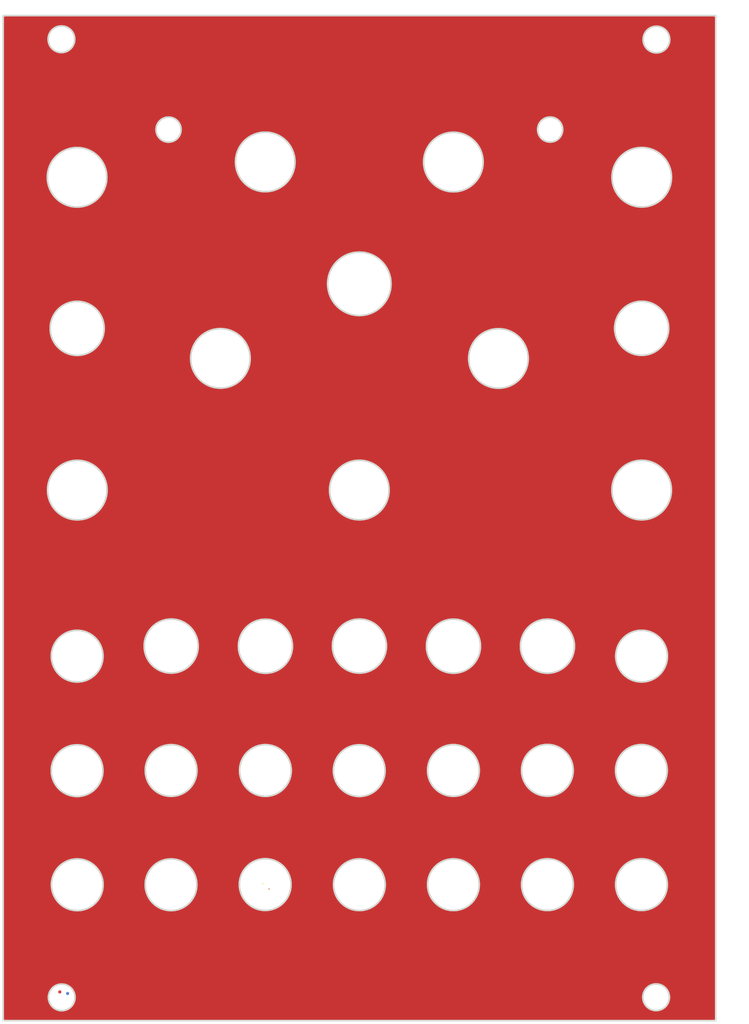
<source format=kicad_pcb>
(kicad_pcb (version 20220427) (generator pcbnew)
  (layers (0 "F.Cu" signal) (31 "B.Cu" signal) (34 "B.Paste" user) (35 "F.Paste" user) (36 "B.SilkS" user "B.Silkscreen") (37 "F.SilkS" user "F.Silkscreen") (38 "B.Mask" user) (39 "F.Mask" user) (44 "Edge.Cuts" user))
  (net 0 "")
  (gr_circle (center 145.85 152.05) (end 145.85 152.05) (stroke (width 0.2)) (fill none) (layer "F.Cu"))
  (gr_circle (center 146.85 152.25) (end 146.85 152.25) (stroke (width 0.2)) (fill none) (layer "B.Cu"))
  (gr_circle (center 172.6 138.9) (end 172.6 138.9) (stroke (width 0.12)) (fill none) (layer "B.SilkS"))
  (gr_circle (center 171.8 138.2) (end 171.8 138.2) (stroke (width 0.12)) (fill none) (layer "F.SilkS"))
  (gr_circle (center 172.138 107.884) (end 175.588 107.884) (stroke (width 0.2)) (fill none) (layer "Edge.Cuts"))
  (gr_circle (center 184.131 123.777) (end 187.431 123.777) (stroke (width 0.2)) (fill none) (layer "Edge.Cuts"))
  (gr_circle (center 148.06 123.78) (end 151.36 123.78) (stroke (width 0.2)) (fill none) (layer "Edge.Cuts"))
  (gr_circle (center 148.059 47.976) (end 151.858999 47.976) (stroke (width 0.2)) (fill none) (layer "Edge.Cuts"))
  (gr_circle (center 220.23 109.151) (end 223.53 109.151) (stroke (width 0.2)) (fill none) (layer "Edge.Cuts"))
  (gr_circle (center 208.184 123.743) (end 211.484 123.743) (stroke (width 0.2)) (fill none) (layer "Edge.Cuts"))
  (gr_circle (center 220.239 67.268) (end 223.689 67.268) (stroke (width 0.2)) (fill none) (layer "Edge.Cuts"))
  (gr_line (start 229.71 27.322) (end 229.71 155.722) (stroke (width 0.2)) (layer "Edge.Cuts"))
  (gr_circle (center 196.17 138.351) (end 199.47 138.351) (stroke (width 0.2)) (fill none) (layer "Edge.Cuts"))
  (gr_circle (center 208.539 41.876) (end 210.139 41.876) (stroke (width 0.2)) (fill none) (layer "Edge.Cuts"))
  (gr_circle (center 208.192 107.877) (end 211.642 107.877) (stroke (width 0.2)) (fill none) (layer "Edge.Cuts"))
  (gr_circle (center 184.155 107.867) (end 187.605 107.867) (stroke (width 0.2)) (fill none) (layer "Edge.Cuts"))
  (gr_line (start 138.61 155.722) (end 138.61 27.322) (stroke (width 0.2)) (layer "Edge.Cuts"))
  (gr_circle (center 201.93 71.12) (end 205.73 71.12) (stroke (width 0.2)) (fill none) (layer "Edge.Cuts"))
  (gr_circle (center 208.193 138.344) (end 211.493 138.344) (stroke (width 0.2)) (fill none) (layer "Edge.Cuts"))
  (gr_circle (center 220.237 87.934) (end 224.036999 87.934) (stroke (width 0.2)) (fill none) (layer "Edge.Cuts"))
  (gr_circle (center 148.07 67.276) (end 151.52 67.276) (stroke (width 0.2)) (fill none) (layer "Edge.Cuts"))
  (gr_circle (center 220.249 47.969) (end 224.049 47.969) (stroke (width 0.2)) (fill none) (layer "Edge.Cuts"))
  (gr_circle (center 196.17 123.759) (end 199.47 123.759) (stroke (width 0.2)) (fill none) (layer "Edge.Cuts"))
  (gr_circle (center 184.141 87.931) (end 187.940999 87.931) (stroke (width 0.2)) (fill none) (layer "Edge.Cuts"))
  (gr_circle (center 148.069 109.157) (end 151.369 109.157) (stroke (width 0.2)) (fill none) (layer "Edge.Cuts"))
  (gr_circle (center 222.084 152.731) (end 223.784 152.731) (stroke (width 0.2)) (fill none) (layer "Edge.Cuts"))
  (gr_circle (center 196.175 107.878) (end 199.625 107.878) (stroke (width 0.2)) (fill none) (layer "Edge.Cuts"))
  (gr_circle (center 160.067 138.36) (end 163.367 138.36) (stroke (width 0.2)) (fill none) (layer "Edge.Cuts"))
  (gr_line (start 138.61 27.322) (end 229.71 27.322) (stroke (width 0.2)) (layer "Edge.Cuts"))
  (gr_circle (center 220.215 138.343) (end 223.515 138.343) (stroke (width 0.2)) (fill none) (layer "Edge.Cuts"))
  (gr_circle (center 184.147 138.352) (end 187.446999 138.352) (stroke (width 0.2)) (fill none) (layer "Edge.Cuts"))
  (gr_circle (center 172.107999 138.335) (end 175.407999 138.335) (stroke (width 0.2)) (fill none) (layer "Edge.Cuts"))
  (gr_circle (center 166.38 71.109) (end 170.18 71.109) (stroke (width 0.2)) (fill none) (layer "Edge.Cuts"))
  (gr_circle (center 148.088 87.936) (end 151.887999 87.936) (stroke (width 0.2)) (fill none) (layer "Edge.Cuts"))
  (gr_circle (center 222.125 30.377) (end 223.825 30.377) (stroke (width 0.2)) (fill none) (layer "Edge.Cuts"))
  (gr_line (start 229.71 155.722) (end 138.61 155.722) (stroke (width 0.2)) (layer "Edge.Cuts"))
  (gr_circle (center 146.058 30.338) (end 147.758 30.338) (stroke (width 0.2)) (fill none) (layer "Edge.Cuts"))
  (gr_circle (center 196.168 46.025) (end 199.968 46.025) (stroke (width 0.2)) (fill none) (layer "Edge.Cuts"))
  (gr_circle (center 148.081 138.359) (end 151.381 138.359) (stroke (width 0.2)) (fill none) (layer "Edge.Cuts"))
  (gr_circle (center 146.097 152.746) (end 147.797 152.746) (stroke (width 0.2)) (fill none) (layer "Edge.Cuts"))
  (gr_circle (center 184.143 61.584) (end 188.193 61.584) (stroke (width 0.2)) (fill none) (layer "Edge.Cuts"))
  (gr_circle (center 159.753 41.883) (end 161.353 41.883) (stroke (width 0.2)) (fill none) (layer "Edge.Cuts"))
  (gr_circle (center 160.078 123.762) (end 163.378 123.762) (stroke (width 0.2)) (fill none) (layer "Edge.Cuts"))
  (gr_circle (center 172.113 46.012) (end 175.913 46.012) (stroke (width 0.2)) (fill none) (layer "Edge.Cuts"))
  (gr_circle (center 160.088 107.867) (end 163.538 107.867) (stroke (width 0.2)) (fill none) (layer "Edge.Cuts"))
  (gr_circle (center 172.135 123.762) (end 175.434999 123.762) (stroke (width 0.2)) (fill none) (layer "Edge.Cuts"))
  (gr_circle (center 220.204 123.754) (end 223.503999 123.754) (stroke (width 0.2)) (fill none) (layer "Edge.Cuts"))
  (zone (net 0) (net_name "") (layer "F.Cu") (connect_pads (clearance 0.508)) (min_thickness 0.254) (fill yes (thermal_gap 0.508) (thermal_bridge_width 0.508) (island_removal_mode 2) (island_area_min 10))
    (polygon (pts (xy 229.75 155.7) (xy 138.6 155.7) (xy 138.4 27.25) (xy 229.75 27.25)))
  )
)
</source>
